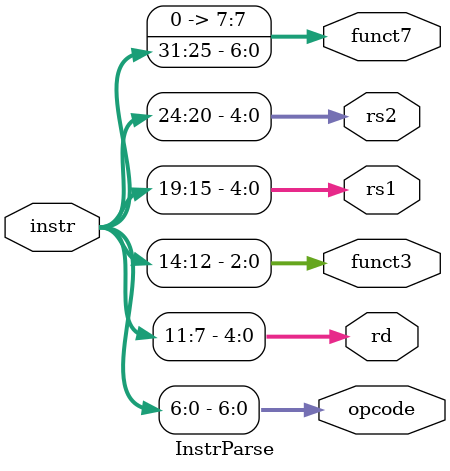
<source format=v>
`timescale 1ns / 1ps

module InstrParse(
    output [6:0] opcode,     //Ö¸Áî±àÂë7Î»
    output [4:0] rd,         //Ä¿µÄ¼Ä´æÆ÷±àºÅ5Î»
    output [2:0] funct3,     //3Î»¹¦ÄÜÂë
    output [4:0] rs1,        //Ô´¼Ä´æÆ÷1±àºÅ5Î»
    output [4:0] rs2,        //Ô´¼Ä´æÆ÷2±àºÅ5Î»
    output [7:0] funct7,     //7Î»¹¦ÄÜÂë
    input [31:0] instr       //Ö¸Áî   
 );
    assign opcode = instr[6:0];
    assign rd = instr[11:7];
    assign funct3 = instr[14:12];
    assign rs1 = instr[19:15];
    assign rs2 = instr[24:20];
    assign funct7 = instr[31:25];
endmodule

</source>
